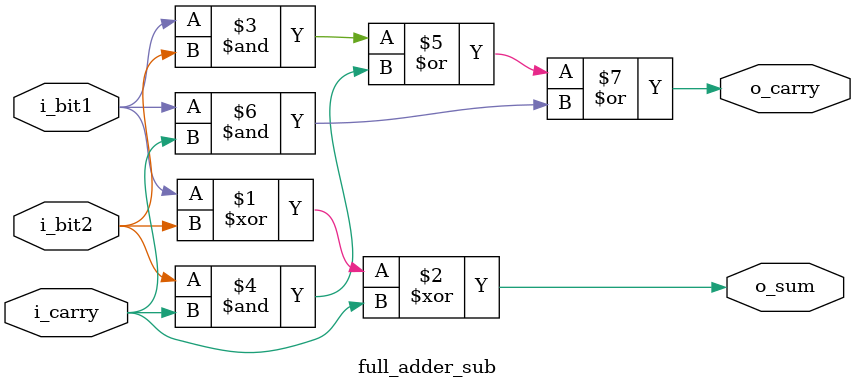
<source format=v>
module carry_lookahead_subtractor #(parameter WIDTH = 32)(
    input [WIDTH-1:0] i_add1,
    input [WIDTH-1:0] i_add2,
    output [WIDTH-1:0] o_result,
    output c_OUT
);

  wire [WIDTH:0]     w_C;
  wire [WIDTH-1:0]   w_G, w_P, w_SUM;
  
  wire [WIDTH:0] twos_complement_output;

  // Invert and add 1 to compute two's complement
  assign twos_complement_output = ~i_add2 + 1;
  
  // Create the Full Adders
  genvar ii;
  generate
    for (ii = 0; ii < WIDTH; ii = ii + 1) begin: gen_loop1
      full_adder_sub full_adder_sub_inst (
        .i_bit1(i_add1[ii]),
        .i_bit2(twos_complement_output[ii]),
        .i_carry(w_C[ii]),
        .o_sum(w_SUM[ii]),
        .o_carry()
      );
    end
  endgenerate
 
  // Create the Generate (G) Terms: Gi=Ai&Bi
  // Create the Propagate Terms: Pi=Ai|Bi
  // Create the Carry Terms:
  genvar jj;
  generate
    for (jj = 0; jj < WIDTH; jj = jj + 1) begin: gen_loop2
      assign w_G[jj]   = i_add1[jj] & twos_complement_output[jj];
      assign w_P[jj]   = i_add1[jj] | twos_complement_output[jj];
      assign w_C[jj+1] = w_G[jj] | (w_P[jj] & w_C[jj]);
    end
  endgenerate
   
  assign w_C[0] = 1'b0; // no carry input on first adder
 
  assign o_result = w_SUM;   // Removed concatenation since w_SUM is already [WIDTH-1:0]
 
  assign c_OUT = w_C[WIDTH];
 
endmodule // carry_lookahead_subtractor

module full_adder_sub(
   input i_bit1,
   input i_bit2,
   input i_carry,
   output o_sum,
   output o_carry

);

assign o_sum = i_bit1 ^ i_bit2 ^ i_carry;
assign o_carry = (i_bit1 & i_bit2) | (i_bit2 & i_carry) | (i_bit1 & i_carry);

endmodule 
</source>
